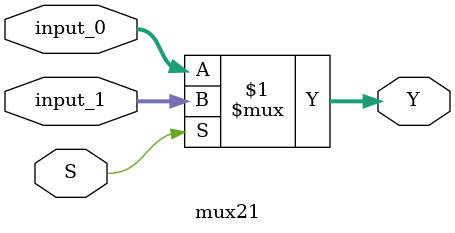
<source format=v>
module mux21(input_0, input_1, S, Y);
output [15:0] Y;
input [15:0] input_0, input_1;
input S;

assign Y=(S) ? input_1 : input_0;
endmodule

</source>
